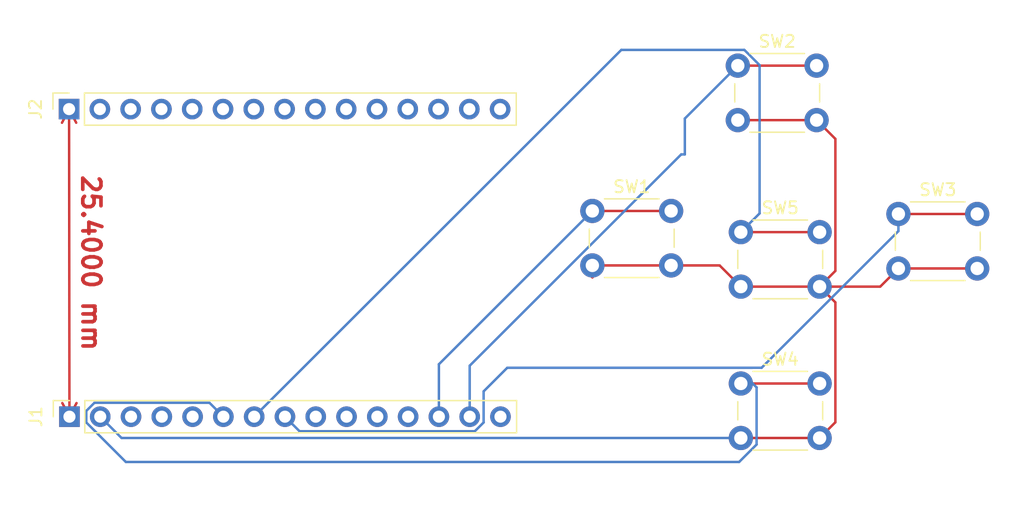
<source format=kicad_pcb>
(kicad_pcb (version 20240108) (generator "pcbnew") (generator_version "8.0")
  (layers (0 "F.Cu" signal) (31 "B.Cu" signal) (34 "B.Paste" user) (35 "F.Paste" user) (36 "B.SilkS" user "B.Silkscreen") (37 "F.SilkS" user "F.Silkscreen") (38 "B.Mask" user) (39 "F.Mask" user) (44 "Edge.Cuts" user))
  (net 0 "")
  (net 1 "Net-(J1-Pin_7)")
  (net 8 "Net-(J1-Pin_13)")
  (net 10 "GND")
  (net 12 "Net-(J1-Pin_14)")
  (net 13 "Net-(J1-Pin_8)")
  (net 14 "Net-(J1-Pin_6)")
  (footprint "Button_Switch_THT:SW_PUSH_6mm" (layer "F.Cu") (at 132.07 83.41)
    (property "Reference" "SW1" (at 3.25 -2 0) (layer "F.SilkS"))
    (property "Value" "SW_Push")
    (fp_line (start -0.25 1.5) (end -0.25 3) (stroke (width 0.12)) (layer "F.SilkS"))
    (fp_line (start 1 5.5) (end 5.5 5.5) (stroke (width 0.12)) (layer "F.SilkS"))
    (fp_line (start 5.5 -1) (end 1 -1) (stroke (width 0.12)) (layer "F.SilkS"))
    (fp_line (start 6.75 3) (end 6.75 1.5) (stroke (width 0.12)) (layer "F.SilkS"))
    (pad "1" thru_hole circle (at 0 0 90) (size 2 2) (drill 1.1) (layers "*.Cu" "*.Mask") (net 8 "Net-(J1-Pin_13)"))
    (pad "1" thru_hole circle (at 6.5 0 90) (size 2 2) (drill 1.1) (layers "*.Cu" "*.Mask") (net 8 "Net-(J1-Pin_13)"))
    (pad "2" thru_hole circle (at 0 4.5 90) (size 2 2) (drill 1.1) (layers "*.Cu" "*.Mask") (net 10 "GND"))
    (pad "2" thru_hole circle (at 6.5 4.5 90) (size 2 2) (drill 1.1) (layers "*.Cu" "*.Mask") (net 10 "GND"))
  )
  (footprint "Button_Switch_THT:SW_PUSH_6mm" (layer "F.Cu") (at 144.07 71.41)
    (property "Reference" "SW2" (at 3.25 -2 0) (layer "F.SilkS"))
    (property "Value" "SW_Push")
    (fp_line (start -0.25 1.5) (end -0.25 3) (stroke (width 0.12)) (layer "F.SilkS"))
    (fp_line (start 1 5.5) (end 5.5 5.5) (stroke (width 0.12)) (layer "F.SilkS"))
    (fp_line (start 5.5 -1) (end 1 -1) (stroke (width 0.12)) (layer "F.SilkS"))
    (fp_line (start 6.75 3) (end 6.75 1.5) (stroke (width 0.12)) (layer "F.SilkS"))
    (pad "1" thru_hole circle (at 0 0 90) (size 2 2) (drill 1.1) (layers "*.Cu" "*.Mask") (net 12 "Net-(J1-Pin_14)"))
    (pad "1" thru_hole circle (at 6.5 0 90) (size 2 2) (drill 1.1) (layers "*.Cu" "*.Mask") (net 12 "Net-(J1-Pin_14)"))
    (pad "2" thru_hole circle (at 0 4.5 90) (size 2 2) (drill 1.1) (layers "*.Cu" "*.Mask") (net 10 "GND"))
    (pad "2" thru_hole circle (at 6.5 4.5 90) (size 2 2) (drill 1.1) (layers "*.Cu" "*.Mask") (net 10 "GND"))
  )
  (footprint "Connector_PinSocket_2.54mm:PinSocket_1x15_P2.54mm_Vertical" (layer "F.Cu") (at 88.93 100.4 90)
    (property "Reference" "J1" (at 0 -2.77 90) (layer "F.SilkS"))
    (property "Value" "Conn_01x15_Socket")
    (fp_line (start 1.33 -1.33) (end 1.33 0) (stroke (width 0.12)) (layer "F.SilkS"))
    (fp_line (start 0 -1.33) (end 1.33 -1.33) (stroke (width 0.12)) (layer "F.SilkS"))
    (fp_line (start 1.33 1.27) (end 1.33 36.89) (stroke (width 0.12)) (layer "F.SilkS"))
    (fp_line (start -1.33 1.27) (end 1.33 1.27) (stroke (width 0.12)) (layer "F.SilkS"))
    (fp_line (start -1.33 1.27) (end -1.33 36.89) (stroke (width 0.12)) (layer "F.SilkS"))
    (fp_line (start -1.33 36.89) (end 1.33 36.89) (stroke (width 0.12)) (layer "F.SilkS"))
    (pad "1" thru_hole rect (at 0 0 90) (size 1.7 1.7) (drill 1) (layers "*.Cu" "*.Mask"))
    (pad "2" thru_hole oval (at 0 2.54 90) (size 1.7 1.7) (drill 1) (layers "*.Cu" "*.Mask") (net 10 "GND"))
    (pad "3" thru_hole oval (at 0 5.08 90) (size 1.7 1.7) (drill 1) (layers "*.Cu" "*.Mask"))
    (pad "4" thru_hole oval (at 0 7.62 90) (size 1.7 1.7) (drill 1) (layers "*.Cu" "*.Mask"))
    (pad "5" thru_hole oval (at 0 10.16 90) (size 1.7 1.7) (drill 1) (layers "*.Cu" "*.Mask"))
    (pad "6" thru_hole oval (at 0 12.7 90) (size 1.7 1.7) (drill 1) (layers "*.Cu" "*.Mask") (net 14 "Net-(J1-Pin_6)"))
    (pad "7" thru_hole oval (at 0 15.24 90) (size 1.7 1.7) (drill 1) (layers "*.Cu" "*.Mask") (net 1 "Net-(J1-Pin_7)"))
    (pad "8" thru_hole oval (at 0 17.78 90) (size 1.7 1.7) (drill 1) (layers "*.Cu" "*.Mask") (net 13 "Net-(J1-Pin_8)"))
    (pad "9" thru_hole oval (at 0 20.32 90) (size 1.7 1.7) (drill 1) (layers "*.Cu" "*.Mask"))
    (pad "10" thru_hole oval (at 0 22.86 90) (size 1.7 1.7) (drill 1) (layers "*.Cu" "*.Mask"))
    (pad "11" thru_hole oval (at 0 25.4 90) (size 1.7 1.7) (drill 1) (layers "*.Cu" "*.Mask"))
    (pad "12" thru_hole oval (at 0 27.94 90) (size 1.7 1.7) (drill 1) (layers "*.Cu" "*.Mask"))
    (pad "13" thru_hole oval (at 0 30.48 90) (size 1.7 1.7) (drill 1) (layers "*.Cu" "*.Mask") (net 8 "Net-(J1-Pin_13)"))
    (pad "14" thru_hole oval (at 0 33.02 90) (size 1.7 1.7) (drill 1) (layers "*.Cu" "*.Mask") (net 12 "Net-(J1-Pin_14)"))
    (pad "15" thru_hole oval (at 0 35.56 90) (size 1.7 1.7) (drill 1) (layers "*.Cu" "*.Mask"))
  )
  (footprint "Button_Switch_THT:SW_PUSH_6mm" (layer "F.Cu") (at 144.32 85.16)
    (property "Reference" "SW5" (at 3.25 -2 0) (layer "F.SilkS"))
    (property "Value" "SW_Push")
    (fp_line (start -0.25 1.5) (end -0.25 3) (stroke (width 0.12)) (layer "F.SilkS"))
    (fp_line (start 1 5.5) (end 5.5 5.5) (stroke (width 0.12)) (layer "F.SilkS"))
    (fp_line (start 5.5 -1) (end 1 -1) (stroke (width 0.12)) (layer "F.SilkS"))
    (fp_line (start 6.75 3) (end 6.75 1.5) (stroke (width 0.12)) (layer "F.SilkS"))
    (pad "1" thru_hole circle (at 0 0 90) (size 2 2) (drill 1.1) (layers "*.Cu" "*.Mask") (net 1 "Net-(J1-Pin_7)"))
    (pad "1" thru_hole circle (at 6.5 0 90) (size 2 2) (drill 1.1) (layers "*.Cu" "*.Mask") (net 1 "Net-(J1-Pin_7)"))
    (pad "2" thru_hole circle (at 0 4.5 90) (size 2 2) (drill 1.1) (layers "*.Cu" "*.Mask") (net 10 "GND"))
    (pad "2" thru_hole circle (at 6.5 4.5 90) (size 2 2) (drill 1.1) (layers "*.Cu" "*.Mask") (net 10 "GND"))
  )
  (footprint "Connector_PinSocket_2.54mm:PinSocket_1x15_P2.54mm_Vertical" (layer "F.Cu") (at 88.9 75 90)
    (property "Reference" "J2" (at 0 -2.77 90) (layer "F.SilkS"))
    (property "Value" "Conn_01x15_Socket")
    (fp_line (start 1.33 -1.33) (end 1.33 0) (stroke (width 0.12)) (layer "F.SilkS"))
    (fp_line (start 0 -1.33) (end 1.33 -1.33) (stroke (width 0.12)) (layer "F.SilkS"))
    (fp_line (start 1.33 1.27) (end 1.33 36.89) (stroke (width 0.12)) (layer "F.SilkS"))
    (fp_line (start -1.33 1.27) (end 1.33 1.27) (stroke (width 0.12)) (layer "F.SilkS"))
    (fp_line (start -1.33 1.27) (end -1.33 36.89) (stroke (width 0.12)) (layer "F.SilkS"))
    (fp_line (start -1.33 36.89) (end 1.33 36.89) (stroke (width 0.12)) (layer "F.SilkS"))
    (pad "1" thru_hole rect (at 0 0 90) (size 1.7 1.7) (drill 1) (layers "*.Cu" "*.Mask"))
    (pad "2" thru_hole oval (at 0 2.54 90) (size 1.7 1.7) (drill 1) (layers "*.Cu" "*.Mask"))
    (pad "3" thru_hole oval (at 0 5.08 90) (size 1.7 1.7) (drill 1) (layers "*.Cu" "*.Mask"))
    (pad "4" thru_hole oval (at 0 7.62 90) (size 1.7 1.7) (drill 1) (layers "*.Cu" "*.Mask"))
    (pad "5" thru_hole oval (at 0 10.16 90) (size 1.7 1.7) (drill 1) (layers "*.Cu" "*.Mask"))
    (pad "6" thru_hole oval (at 0 12.7 90) (size 1.7 1.7) (drill 1) (layers "*.Cu" "*.Mask"))
    (pad "7" thru_hole oval (at 0 15.24 90) (size 1.7 1.7) (drill 1) (layers "*.Cu" "*.Mask"))
    (pad "8" thru_hole oval (at 0 17.78 90) (size 1.7 1.7) (drill 1) (layers "*.Cu" "*.Mask"))
    (pad "9" thru_hole oval (at 0 20.32 90) (size 1.7 1.7) (drill 1) (layers "*.Cu" "*.Mask"))
    (pad "10" thru_hole oval (at 0 22.86 90) (size 1.7 1.7) (drill 1) (layers "*.Cu" "*.Mask"))
    (pad "11" thru_hole oval (at 0 25.4 90) (size 1.7 1.7) (drill 1) (layers "*.Cu" "*.Mask"))
    (pad "12" thru_hole oval (at 0 27.94 90) (size 1.7 1.7) (drill 1) (layers "*.Cu" "*.Mask"))
    (pad "13" thru_hole oval (at 0 30.48 90) (size 1.7 1.7) (drill 1) (layers "*.Cu" "*.Mask"))
    (pad "14" thru_hole oval (at 0 33.02 90) (size 1.7 1.7) (drill 1) (layers "*.Cu" "*.Mask"))
    (pad "15" thru_hole oval (at 0 35.56 90) (size 1.7 1.7) (drill 1) (layers "*.Cu" "*.Mask"))
  )
  (footprint "Button_Switch_THT:SW_PUSH_6mm" (layer "F.Cu") (at 144.32 97.66)
    (property "Reference" "SW4" (at 3.25 -2 0) (layer "F.SilkS"))
    (property "Value" "SW_Push")
    (fp_line (start -0.25 1.5) (end -0.25 3) (stroke (width 0.12)) (layer "F.SilkS"))
    (fp_line (start 1 5.5) (end 5.5 5.5) (stroke (width 0.12)) (layer "F.SilkS"))
    (fp_line (start 5.5 -1) (end 1 -1) (stroke (width 0.12)) (layer "F.SilkS"))
    (fp_line (start 6.75 3) (end 6.75 1.5) (stroke (width 0.12)) (layer "F.SilkS"))
    (pad "1" thru_hole circle (at 0 0 90) (size 2 2) (drill 1.1) (layers "*.Cu" "*.Mask") (net 14 "Net-(J1-Pin_6)"))
    (pad "1" thru_hole circle (at 6.5 0 90) (size 2 2) (drill 1.1) (layers "*.Cu" "*.Mask") (net 14 "Net-(J1-Pin_6)"))
    (pad "2" thru_hole circle (at 0 4.5 90) (size 2 2) (drill 1.1) (layers "*.Cu" "*.Mask") (net 10 "GND"))
    (pad "2" thru_hole circle (at 6.5 4.5 90) (size 2 2) (drill 1.1) (layers "*.Cu" "*.Mask") (net 10 "GND"))
  )
  (footprint "Button_Switch_THT:SW_PUSH_6mm" (layer "F.Cu") (at 157.32 83.66)
    (property "Reference" "SW3" (at 3.25 -2 0) (layer "F.SilkS"))
    (property "Value" "SW_Push")
    (fp_line (start -0.25 1.5) (end -0.25 3) (stroke (width 0.12)) (layer "F.SilkS"))
    (fp_line (start 1 5.5) (end 5.5 5.5) (stroke (width 0.12)) (layer "F.SilkS"))
    (fp_line (start 5.5 -1) (end 1 -1) (stroke (width 0.12)) (layer "F.SilkS"))
    (fp_line (start 6.75 3) (end 6.75 1.5) (stroke (width 0.12)) (layer "F.SilkS"))
    (pad "1" thru_hole circle (at 0 0 90) (size 2 2) (drill 1.1) (layers "*.Cu" "*.Mask") (net 13 "Net-(J1-Pin_8)"))
    (pad "1" thru_hole circle (at 6.5 0 90) (size 2 2) (drill 1.1) (layers "*.Cu" "*.Mask") (net 13 "Net-(J1-Pin_8)"))
    (pad "2" thru_hole circle (at 0 4.5 90) (size 2 2) (drill 1.1) (layers "*.Cu" "*.Mask") (net 10 "GND"))
    (pad "2" thru_hole circle (at 6.5 4.5 90) (size 2 2) (drill 1.1) (layers "*.Cu" "*.Mask") (net 10 "GND"))
  )
  (dimension (type aligned) (layer "F.Cu") (pts (xy 88.9 75) (xy 88.93 100.4)) (height 0) (gr_text "25.4000 mm" (at 90.714999 87.697874 270.0676721) (layer "F.Cu") (effects (font (size 1.5 1.5) (thickness 0.3)))) (format (prefix "") (suffix "") (units 3) (units_format 1) (precision 4)) (style (thickness 0.2) (arrow_length 1.27) (text_position_mode 0) (extension_height 0.58642) (extension_offset 0.5) keep_text_aligned))
  (segment (start 144.32 85.16) (end 150.82 85.16) (width 0.2) (layer "F.Cu") (net 1))
  (segment (start 145.868527 83.611473) (end 145.868527 71.370049) (width 0.2) (layer "B.Cu") (net 1))
  (segment (start 144.32 85.16) (end 145.868527 83.611473) (width 0.2) (layer "B.Cu") (net 1))
  (segment (start 144.608478 70.11) (end 134.46 70.11) (width 0.2) (layer "B.Cu") (net 1))
  (segment (start 145.868527 71.370049) (end 144.608478 70.11) (width 0.2) (layer "B.Cu") (net 1))
  (segment (start 134.46 70.11) (end 104.17 100.4) (width 0.2) (layer "B.Cu") (net 1))
  (segment (start 138.57 83.41) (end 132.07 83.41) (width 0.2) (layer "F.Cu") (net 8))
  (segment (start 132.07 83.41) (end 119.41 96.07) (width 0.2) (layer "B.Cu") (net 8))
  (segment (start 119.41 96.07) (end 119.41 100.4) (width 0.2) (layer "B.Cu") (net 8))
  (segment (start 142.57 87.91) (end 138.57 87.91) (width 0.2) (layer "F.Cu") (net 10))
  (segment (start 144.32 102.16) (end 144.32 102.06) (width 0.2) (layer "F.Cu") (net 10))
  (segment (start 152.12 88.36) (end 150.82 89.66) (width 0.2) (layer "F.Cu") (net 10))
  (segment (start 150.57 75.91) (end 152.12 77.46) (width 0.2) (layer "F.Cu") (net 10))
  (segment (start 150.82 89.66) (end 155.82 89.66) (width 0.2) (layer "F.Cu") (net 10))
  (segment (start 150.82 102.16) (end 152.12 100.86) (width 0.2) (layer "F.Cu") (net 10))
  (segment (start 157.32 88.16) (end 163.82 88.16) (width 0.2) (layer "F.Cu") (net 10))
  (segment (start 138.57 87.91) (end 132.07 87.91) (width 0.2) (layer "F.Cu") (net 10))
  (segment (start 150.57 75.91) (end 144.07 75.91) (width 0.2) (layer "F.Cu") (net 10))
  (segment (start 150.82 102.16) (end 144.32 102.16) (width 0.2) (layer "F.Cu") (net 10))
  (segment (start 132.07 87.91) (end 132.07 88.89) (width 0.2) (layer "F.Cu") (net 10))
  (segment (start 152.12 100.86) (end 152.12 90.96) (width 0.2) (layer "F.Cu") (net 10))
  (segment (start 144.32 89.66) (end 142.57 87.91) (width 0.2) (layer "F.Cu") (net 10))
  (segment (start 152.12 77.46) (end 152.12 88.36) (width 0.2) (layer "F.Cu") (net 10))
  (segment (start 132.07 88.89) (end 132.08 88.9) (width 0.2) (layer "F.Cu") (net 10))
  (segment (start 144.32 89.66) (end 150.82 89.66) (width 0.2) (layer "F.Cu") (net 10))
  (segment (start 152.12 90.96) (end 150.82 89.66) (width 0.2) (layer "F.Cu") (net 10))
  (segment (start 91.44 88.9) (end 91.47 88.93) (width 0.2) (layer "F.Cu") (net 10))
  (segment (start 155.82 89.66) (end 157.32 88.16) (width 0.2) (layer "F.Cu") (net 10))
  (segment (start 91.47 100.4) (end 93.23 102.16) (width 0.2) (layer "B.Cu") (net 10))
  (segment (start 93.23 102.16) (end 144.32 102.16) (width 0.2) (layer "B.Cu") (net 10))
  (segment (start 144.07 71.41) (end 150.57 71.41) (width 0.2) (layer "F.Cu") (net 12))
  (segment (start 139.401522 78.74) (end 121.95 96.191522) (width 0.2) (layer "B.Cu") (net 12))
  (segment (start 121.95 96.191522) (end 121.95 100.4) (width 0.2) (layer "B.Cu") (net 12))
  (segment (start 139.7 78.74) (end 139.401522 78.74) (width 0.2) (layer "B.Cu") (net 12))
  (segment (start 144.07 71.41) (end 139.7 75.78) (width 0.2) (layer "B.Cu") (net 12))
  (segment (start 139.7 75.78) (end 139.7 78.74) (width 0.2) (layer "B.Cu") (net 12))
  (segment (start 157.32 83.66) (end 163.82 83.66) (width 0.2) (layer "F.Cu") (net 13))
  (segment (start 157.32 83.66) (end 157.32 85.074213) (width 0.2) (layer "B.Cu") (net 13))
  (segment (start 125.05 96.36) (end 123.1 98.31) (width 0.2) (layer "B.Cu") (net 13))
  (segment (start 146.034213 96.36) (end 125.05 96.36) (width 0.2) (layer "B.Cu") (net 13))
  (segment (start 107.91 101.6) (end 106.71 100.4) (width 0.2) (layer "B.Cu") (net 13))
  (segment (start 123.1 100.876346) (end 122.376346 101.6) (width 0.2) (layer "B.Cu") (net 13))
  (segment (start 123.1 98.31) (end 123.1 100.876346) (width 0.2) (layer "B.Cu") (net 13))
  (segment (start 157.32 85.074213) (end 146.034213 96.36) (width 0.2) (layer "B.Cu") (net 13))
  (segment (start 122.376346 101.6) (end 107.91 101.6) (width 0.2) (layer "B.Cu") (net 13))
  (segment (start 150.82 97.66) (end 144.32 97.66) (width 0.2) (layer "F.Cu") (net 14))
  (segment (start 93.583654 104.14) (end 90.32 100.876346) (width 0.2) (layer "B.Cu") (net 14))
  (segment (start 90.32 99.923654) (end 90.993654 99.25) (width 0.2) (layer "B.Cu") (net 14))
  (segment (start 145.299898 97.66) (end 145.62 97.980102) (width 0.2) (layer "B.Cu") (net 14))
  (segment (start 145.62 97.980102) (end 145.62 102.698478) (width 0.2) (layer "B.Cu") (net 14))
  (segment (start 90.993654 99.25) (end 100.48 99.25) (width 0.2) (layer "B.Cu") (net 14))
  (segment (start 100.48 99.25) (end 101.63 100.4) (width 0.2) (layer "B.Cu") (net 14))
  (segment (start 144.178478 104.14) (end 93.583654 104.14) (width 0.2) (layer "B.Cu") (net 14))
  (segment (start 144.32 97.66) (end 145.299898 97.66) (width 0.2) (layer "B.Cu") (net 14))
  (segment (start 90.32 100.876346) (end 90.32 99.923654) (width 0.2) (layer "B.Cu") (net 14))
  (segment (start 145.62 102.698478) (end 144.178478 104.14) (width 0.2) (layer "B.Cu") (net 14))
)
</source>
